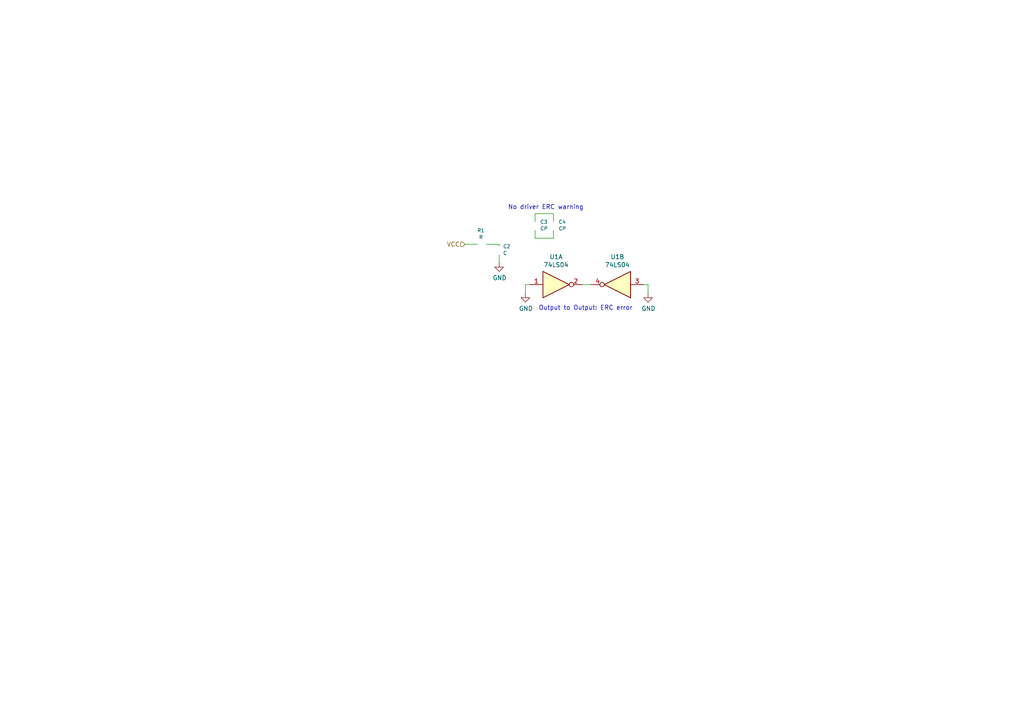
<source format=kicad_sch>
(kicad_sch (version 20250114) (generator "eeschema") (generator_version "9.0")
  (paper "A4")
  (lib_symbols
    (symbol "74xx:74LS04"
      (property "Reference" "U" (at 0 1.27 0))
      (property "Value" "74LS04" (at 0 -1.27 0))
      (symbol "74LS04_1_0"
        (polyline (pts (xy -3.81 3.81) (xy -3.81 -3.81) (xy 3.81 0) (xy -3.81 3.81)) (stroke (width 0.254)) (fill (type background)))
        (pin input line (at -7.62 0 0) (length 3.81) (name "~") (number "1"))
        (pin output inverted (at 7.62 0 180) (length 3.81) (name "~") (number "2"))
      )
      (symbol "74LS04_2_0"
        (polyline (pts (xy -3.81 3.81) (xy -3.81 -3.81) (xy 3.81 0) (xy -3.81 3.81)) (stroke (width 0.254)) (fill (type background)))
        (pin input line (at -7.62 0 0) (length 3.81) (name "~") (number "3"))
        (pin output inverted (at 7.62 0 180) (length 3.81) (name "~") (number "4"))
      )
      (symbol "74LS04_3_0"
        (polyline (pts (xy -3.81 3.81) (xy -3.81 -3.81) (xy 3.81 0) (xy -3.81 3.81)) (stroke (width 0.254)) (fill (type background)))
        (pin input line (at -7.62 0 0) (length 3.81) (name "~") (number "5"))
        (pin output inverted (at 7.62 0 180) (length 3.81) (name "~") (number "6"))
      )
      (symbol "74LS04_4_0"
        (polyline (pts (xy -3.81 3.81) (xy -3.81 -3.81) (xy 3.81 0) (xy -3.81 3.81)) (stroke (width 0.254)) (fill (type background)))
        (pin input line (at -7.62 0 0) (length 3.81) (name "~") (number "9"))
        (pin output inverted (at 7.62 0 180) (length 3.81) (name "~") (number "8"))
      )
      (symbol "74LS04_5_0"
        (polyline (pts (xy -3.81 3.81) (xy -3.81 -3.81) (xy 3.81 0) (xy -3.81 3.81)) (stroke (width 0.254)) (fill (type background)))
        (pin input line (at -7.62 0 0) (length 3.81) (name "~") (number "11"))
        (pin output inverted (at 7.62 0 180) (length 3.81) (name "~") (number "10"))
      )
      (symbol "74LS04_6_0"
        (polyline (pts (xy -3.81 3.81) (xy -3.81 -3.81) (xy 3.81 0) (xy -3.81 3.81)) (stroke (width 0.254)) (fill (type background)))
        (pin input line (at -7.62 0 0) (length 3.81) (name "~") (number "13"))
        (pin output inverted (at 7.62 0 180) (length 3.81) (name "~") (number "12"))
      )
      (symbol "74LS04_7_0"
        (pin power_in line (at 0 12.7 270) (length 5.08) (name "VCC") (number "14"))
        (pin power_in line (at 0 -12.7 90) (length 5.08) (name "GND") (number "7"))
      )
      (symbol "74LS04_7_1"
        (rectangle (start -5.08 7.62) (end 5.08 -7.62) (stroke (width 0.254)) (fill (type background)))
      )
    )
    (symbol "power:GND" (power) (pin_names (offset 0))
      (property "Value" "GND" (at 0 -3.81 0))
      (symbol "GND_0_1"
        (polyline (pts (xy 0 0) (xy 0 -1.27) (xy 1.27 -1.27) (xy 0 -2.54) (xy -1.27 -1.27) (xy 0 -1.27)))
      )
      (symbol "GND_1_1"
        (pin power_in line (at 0 0 270) (length 0) (hide yes) (name "GND") (number "1"))
      )
    )
  )
  (text "Output to Output: ERC error" (at 156.21 90.17 0) (effects (font (size 1.27 1.27)) (justify left bottom)))
  (text "No driver ERC warning" (at 147.32 60.96 0) (effects (font (size 1.27 1.27)) (justify left bottom)))
  (wire (pts (xy 160.528 61.976) (xy 160.528 64.262)))
  (wire (pts (xy 187.96 82.55) (xy 187.96 85.09)))
  (wire (pts (xy 140.97 70.866) (xy 144.78 70.866)))
  (wire (pts (xy 155.194 64.262) (xy 155.194 61.976)))
  (wire (pts (xy 144.78 70.866) (xy 144.78 71.374)))
  (wire (pts (xy 153.67 82.55) (xy 152.4 82.55)))
  (wire (pts (xy 155.194 69.088) (xy 155.194 66.802)))
  (wire (pts (xy 160.528 69.088) (xy 155.194 69.088)))
  (wire (pts (xy 160.528 66.802) (xy 160.528 69.088)))
  (wire (pts (xy 138.43 70.866) (xy 134.874 70.866)))
  (wire (pts (xy 186.69 82.55) (xy 187.96 82.55)))
  (wire (pts (xy 155.194 61.976) (xy 160.528 61.976)))
  (wire (pts (xy 168.91 82.55) (xy 171.45 82.55)))
  (wire (pts (xy 144.78 73.914) (xy 144.78 76.2)))
  (wire (pts (xy 152.4 82.55) (xy 152.4 85.09)))
  (hierarchical_label "VCC" (shape input) (at 134.874 70.866 180))
  (symbol (lib_id "fail-project-rescue:CP-passive") (at 155.194 65.532 270) (unit 1)
    (property "Reference" "C3" (at 156.6672 64.3636 90) (effects (font (size 1.016 1.016)) (justify left)))
    (property "Value" "CP" (at 156.6672 66.294 90) (effects (font (size 1.016 1.016)) (justify left)))
    (property "Footprint" "Capacitor_SMD:CP_Elec_3x5.3" (effects (hide yes)))
  )
  (symbol (lib_id "fail-project-rescue:CP-passive") (at 160.528 65.532 270) (unit 1)
    (property "Reference" "C4" (at 162.0012 64.3636 90) (effects (font (size 1.016 1.016)) (justify left)))
    (property "Value" "CP" (at 162.0012 66.294 90) (effects (font (size 1.016 1.016)) (justify left)))
    (property "Footprint" "Capacitor_SMD:CP_Elec_3x5.3" (effects (hide yes)))
  )
  (symbol (lib_id "fail-project-rescue:R-passive") (at 139.7 70.866 0) (unit 1)
    (property "Reference" "R1" (at 139.4968 66.8528 0) (effects (font (size 1.016 1.016))))
    (property "Value" "R" (at 139.4968 68.7832 0) (effects (font (size 1.016 1.016))))
    (property "Footprint" "Resistor_SMD:R_0402_1005Metric" (effects (hide yes)))
  )
  (symbol (lib_id "fail-project-rescue:C-passive") (at 144.78 72.644 270) (unit 1)
    (property "Reference" "C2" (at 145.8976 71.4756 90) (effects (font (size 1.016 1.016)) (justify left)))
    (property "Value" "C" (at 145.8976 73.406 90) (effects (font (size 1.016 1.016)) (justify left)))
    (property "Footprint" "Capacitor_SMD:C_0402_1005Metric" (effects (hide yes)))
  )
  (symbol (lib_id "power:GND") (at 144.78 76.2 0) (unit 1)
    (property "Reference" "#PWR03" (effects (hide yes)))
    (property "Value" "GND" (at 144.907 80.5942 0))
  )
  (symbol (lib_id "74xx:74LS04") (at 161.29 82.55 0) (unit 1)
    (property "Reference" "U1" (at 161.29 74.4982 0))
    (property "Value" "74LS04" (at 161.29 76.8096 0))
    (property "Datasheet" "http://www.ti.com/lit/gpn/sn74LS04" (effects (hide yes)))
  )
  (symbol (lib_id "74xx:74LS04") (at 179.07 82.55 180) (unit 2)
    (property "Reference" "U1" (at 179.07 74.4982 0))
    (property "Value" "74LS04" (at 179.07 76.8096 0))
    (property "Datasheet" "http://www.ti.com/lit/gpn/sn74LS04" (effects (hide yes)))
  )
  (symbol (lib_id "power:GND") (at 187.96 85.09 0) (unit 1)
    (property "Reference" "#PWR05" (effects (hide yes)))
    (property "Value" "GND" (at 188.087 89.4842 0))
  )
  (symbol (lib_id "power:GND") (at 152.4 85.09 0) (unit 1)
    (property "Reference" "#PWR04" (effects (hide yes)))
    (property "Value" "GND" (at 152.527 89.4842 0))
  )
)
</source>
